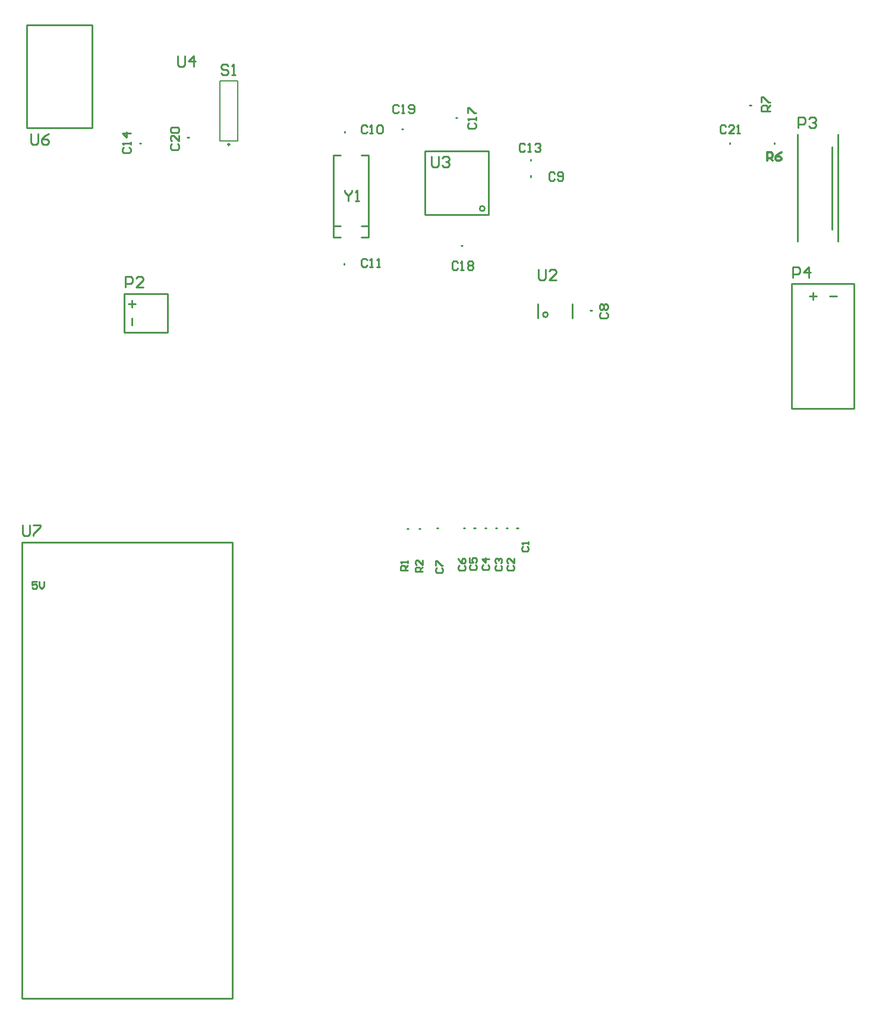
<source format=gto>
%FSLAX44Y44*%
%MOMM*%
G71*
G01*
G75*
%ADD10R,1.0000X1.0000*%
%ADD11R,1.0000X1.0000*%
%ADD12R,0.5500X1.5000*%
%ADD13R,1.5000X0.5500*%
%ADD14R,2.0000X5.5000*%
%ADD15R,0.7600X1.7800*%
%ADD16R,0.7200X1.7800*%
%ADD17R,4.3000X2.6000*%
%ADD18R,5.7000X5.5000*%
%ADD19C,0.9000*%
%ADD20C,2.0000*%
%ADD21C,1.4000*%
%ADD22C,0.5000*%
%ADD23C,0.3000*%
%ADD24C,0.5400*%
%ADD25C,1.0000*%
%ADD26C,0.4000*%
%ADD27C,0.2540*%
%ADD28R,1.8500X1.8500*%
%ADD29C,1.8500*%
%ADD30C,1.8000*%
%ADD31C,0.9000*%
%ADD32C,1.3000*%
%ADD33C,1.7000*%
%ADD34C,3.0000*%
%ADD35C,1.2700*%
%ADD36C,1.0000*%
%ADD37R,1.0000X1.4000*%
%ADD38C,0.2500*%
%ADD39C,0.2000*%
D23*
X1112000Y1243000D02*
Y1254996D01*
X1117998D01*
X1119997Y1252997D01*
Y1248998D01*
X1117998Y1246999D01*
X1112000D01*
X1115999D02*
X1119997Y1243000D01*
X1131993Y1254996D02*
X1127995Y1252997D01*
X1123996Y1248998D01*
Y1244999D01*
X1125995Y1243000D01*
X1129994D01*
X1131993Y1244999D01*
Y1246999D01*
X1129994Y1248998D01*
X1123996D01*
D27*
X709606Y1175000D02*
G03*
X709606Y1175000I-3606J0D01*
G01*
X799605Y1024000D02*
G03*
X799605Y1024000I-3606J0D01*
G01*
X1213000Y1128300D02*
Y1280700D01*
X1155000Y1128300D02*
Y1280700D01*
X1204000Y1145000D02*
Y1263000D01*
X860000Y1030000D02*
X862000D01*
X668000Y1304000D02*
X670000D01*
X1059000Y1267000D02*
Y1269000D01*
X1122000Y1267000D02*
Y1269000D01*
X1087000Y1322000D02*
X1089000D01*
X641000Y720000D02*
X643000D01*
X755000D02*
X757000D01*
X740000D02*
X742000D01*
X725000D02*
X727000D01*
X710000D02*
X712000D01*
X694000D02*
X696000D01*
X679000D02*
X681000D01*
X616000Y719000D02*
X618000D01*
X599000D02*
X601000D01*
X775000Y1243000D02*
Y1245000D01*
Y1220000D02*
Y1222000D01*
X510000Y1283000D02*
Y1285000D01*
X509000Y1095000D02*
Y1097000D01*
X286000Y1276000D02*
X288000D01*
X218000Y1268000D02*
X220000D01*
X714630Y1166370D02*
Y1256870D01*
X624130Y1166370D02*
X714630D01*
X624130D02*
Y1256870D01*
X714630D01*
X534000Y1134000D02*
X544000D01*
Y1251000D01*
X534000D02*
X544000D01*
X494000Y1134000D02*
X504000D01*
X494000D02*
Y1251000D01*
X504000D01*
X494000Y1150000D02*
X504000D01*
X534000D02*
X544000D01*
X591000Y1288000D02*
X593000D01*
X676000Y1122000D02*
X678000D01*
X1147000Y890000D02*
Y1067800D01*
X1235900D01*
X1147000Y890000D02*
X1235900D01*
Y1067800D01*
X50000Y50000D02*
X350000D01*
X50000D02*
Y700000D01*
X350000D01*
Y50000D02*
Y700000D01*
X785000Y1019000D02*
Y1039000D01*
X834000Y1019000D02*
Y1039000D01*
X196000Y1054000D02*
X258000D01*
X196000Y998600D02*
X258000D01*
Y1054000D01*
X196000Y998600D02*
Y1054000D01*
X57000Y1290000D02*
X150000D01*
Y1436000D01*
X57000D02*
X150000D01*
X57000Y1290000D02*
Y1436000D01*
X344108Y1378131D02*
X341568Y1380670D01*
X336490D01*
X333951Y1378131D01*
Y1375592D01*
X336490Y1373053D01*
X341568D01*
X344108Y1370513D01*
Y1367974D01*
X341568Y1365435D01*
X336490D01*
X333951Y1367974D01*
X349186Y1365435D02*
X354264D01*
X351725D01*
Y1380670D01*
X349186Y1378131D01*
X1156214Y1289714D02*
Y1304949D01*
X1163832D01*
X1166371Y1302410D01*
Y1297332D01*
X1163832Y1294792D01*
X1156214D01*
X1171449Y1302410D02*
X1173988Y1304949D01*
X1179067D01*
X1181606Y1302410D01*
Y1299871D01*
X1179067Y1297332D01*
X1176527D01*
X1179067D01*
X1181606Y1294792D01*
Y1292253D01*
X1179067Y1289714D01*
X1173988D01*
X1171449Y1292253D01*
X510000Y1201235D02*
Y1198696D01*
X515078Y1193617D01*
X520157Y1198696D01*
Y1201235D01*
X515078Y1193617D02*
Y1186000D01*
X525235D02*
X530313D01*
X527774D01*
Y1201235D01*
X525235Y1198696D01*
X51308Y724149D02*
Y711453D01*
X53847Y708914D01*
X58926D01*
X61465Y711453D01*
Y724149D01*
X66543D02*
X76700D01*
Y721610D01*
X66543Y711453D01*
Y708914D01*
X63000Y1281235D02*
Y1268539D01*
X65539Y1266000D01*
X70617D01*
X73157Y1268539D01*
Y1281235D01*
X88392D02*
X83313Y1278696D01*
X78235Y1273617D01*
Y1268539D01*
X80774Y1266000D01*
X85853D01*
X88392Y1268539D01*
Y1271078D01*
X85853Y1273617D01*
X78235D01*
X272000Y1392235D02*
Y1379539D01*
X274539Y1377000D01*
X279618D01*
X282157Y1379539D01*
Y1392235D01*
X294853Y1377000D02*
Y1392235D01*
X287235Y1384617D01*
X297392D01*
X634000Y1249235D02*
Y1236539D01*
X636539Y1234000D01*
X641618D01*
X644157Y1236539D01*
Y1249235D01*
X649235Y1246696D02*
X651774Y1249235D01*
X656853D01*
X659392Y1246696D01*
Y1244157D01*
X656853Y1241618D01*
X654313D01*
X656853D01*
X659392Y1239078D01*
Y1236539D01*
X656853Y1234000D01*
X651774D01*
X649235Y1236539D01*
X786317Y1088624D02*
Y1075928D01*
X788856Y1073389D01*
X793934D01*
X796474Y1075928D01*
Y1088624D01*
X811709Y1073389D02*
X801552D01*
X811709Y1083546D01*
Y1086085D01*
X809170Y1088624D01*
X804091D01*
X801552Y1086085D01*
X1116000Y1314000D02*
X1104004D01*
Y1319998D01*
X1106003Y1321997D01*
X1110002D01*
X1112001Y1319998D01*
Y1314000D01*
Y1317999D02*
X1116000Y1321997D01*
X1104004Y1325996D02*
Y1333994D01*
X1106003D01*
X1114001Y1325996D01*
X1116000D01*
X621000Y658000D02*
X611003D01*
Y662998D01*
X612669Y664665D01*
X616002D01*
X617668Y662998D01*
Y658000D01*
Y661332D02*
X621000Y664665D01*
Y674661D02*
Y667997D01*
X614336Y674661D01*
X612669D01*
X611003Y672995D01*
Y669663D01*
X612669Y667997D01*
X600000Y660000D02*
X590003D01*
Y664998D01*
X591669Y666665D01*
X595002D01*
X596668Y664998D01*
Y660000D01*
Y663332D02*
X600000Y666665D01*
Y669997D02*
Y673329D01*
Y671663D01*
X590003D01*
X591669Y669997D01*
X1148143Y1076563D02*
Y1091798D01*
X1155760D01*
X1158300Y1089259D01*
Y1084181D01*
X1155760Y1081641D01*
X1148143D01*
X1170996Y1076563D02*
Y1091798D01*
X1163378Y1084181D01*
X1173535D01*
X197390Y1062960D02*
Y1078195D01*
X205008D01*
X207547Y1075656D01*
Y1070578D01*
X205008Y1068038D01*
X197390D01*
X222782Y1062960D02*
X212625D01*
X222782Y1073117D01*
Y1075656D01*
X220243Y1078195D01*
X215164D01*
X212625Y1075656D01*
X1052997Y1291997D02*
X1050998Y1293996D01*
X1046999D01*
X1045000Y1291997D01*
Y1283999D01*
X1046999Y1282000D01*
X1050998D01*
X1052997Y1283999D01*
X1064994Y1282000D02*
X1056996D01*
X1064994Y1289997D01*
Y1291997D01*
X1062994Y1293996D01*
X1058996D01*
X1056996Y1291997D01*
X1068992Y1282000D02*
X1072991D01*
X1070992D01*
Y1293996D01*
X1068992Y1291997D01*
X264003Y1266997D02*
X262004Y1264998D01*
Y1260999D01*
X264003Y1259000D01*
X272001D01*
X274000Y1260999D01*
Y1264998D01*
X272001Y1266997D01*
X274000Y1278994D02*
Y1270996D01*
X266003Y1278994D01*
X264003D01*
X262004Y1276994D01*
Y1272996D01*
X264003Y1270996D01*
Y1282992D02*
X262004Y1284992D01*
Y1288990D01*
X264003Y1290990D01*
X272001D01*
X274000Y1288990D01*
Y1284992D01*
X272001Y1282992D01*
X264003D01*
X586997Y1320997D02*
X584998Y1322996D01*
X580999D01*
X579000Y1320997D01*
Y1312999D01*
X580999Y1311000D01*
X584998D01*
X586997Y1312999D01*
X590996Y1311000D02*
X594995D01*
X592995D01*
Y1322996D01*
X590996Y1320997D01*
X600993Y1312999D02*
X602992Y1311000D01*
X606991D01*
X608990Y1312999D01*
Y1320997D01*
X606991Y1322996D01*
X602992D01*
X600993Y1320997D01*
Y1318997D01*
X602992Y1316998D01*
X608990D01*
X670997Y1097997D02*
X668998Y1099996D01*
X664999D01*
X663000Y1097997D01*
Y1089999D01*
X664999Y1088000D01*
X668998D01*
X670997Y1089999D01*
X674996Y1088000D02*
X678995D01*
X676995D01*
Y1099996D01*
X674996Y1097997D01*
X684993D02*
X686992Y1099996D01*
X690991D01*
X692990Y1097997D01*
Y1095997D01*
X690991Y1093998D01*
X692990Y1091999D01*
Y1089999D01*
X690991Y1088000D01*
X686992D01*
X684993Y1089999D01*
Y1091999D01*
X686992Y1093998D01*
X684993Y1095997D01*
Y1097997D01*
X686992Y1093998D02*
X690991D01*
X687003Y1296997D02*
X685004Y1294998D01*
Y1290999D01*
X687003Y1289000D01*
X695001D01*
X697000Y1290999D01*
Y1294998D01*
X695001Y1296997D01*
X697000Y1300996D02*
Y1304995D01*
Y1302995D01*
X685004D01*
X687003Y1300996D01*
X685004Y1310993D02*
Y1318990D01*
X687003D01*
X695001Y1310993D01*
X697000D01*
X195003Y1261997D02*
X193004Y1259998D01*
Y1255999D01*
X195003Y1254000D01*
X203001D01*
X205000Y1255999D01*
Y1259998D01*
X203001Y1261997D01*
X205000Y1265996D02*
Y1269995D01*
Y1267996D01*
X193004D01*
X195003Y1265996D01*
X205000Y1281991D02*
X193004D01*
X199002Y1275993D01*
Y1283990D01*
X766997Y1265997D02*
X764998Y1267996D01*
X760999D01*
X759000Y1265997D01*
Y1257999D01*
X760999Y1256000D01*
X764998D01*
X766997Y1257999D01*
X770996Y1256000D02*
X774995D01*
X772996D01*
Y1267996D01*
X770996Y1265997D01*
X780993D02*
X782992Y1267996D01*
X786991D01*
X788990Y1265997D01*
Y1263997D01*
X786991Y1261998D01*
X784992D01*
X786991D01*
X788990Y1259999D01*
Y1257999D01*
X786991Y1256000D01*
X782992D01*
X780993Y1257999D01*
X541997Y1101997D02*
X539998Y1103996D01*
X535999D01*
X534000Y1101997D01*
Y1093999D01*
X535999Y1092000D01*
X539998D01*
X541997Y1093999D01*
X545996Y1092000D02*
X549995D01*
X547995D01*
Y1103996D01*
X545996Y1101997D01*
X555993Y1092000D02*
X559992D01*
X557992D01*
Y1103996D01*
X555993Y1101997D01*
X541997Y1291997D02*
X539998Y1293996D01*
X535999D01*
X534000Y1291997D01*
Y1283999D01*
X535999Y1282000D01*
X539998D01*
X541997Y1283999D01*
X545996Y1282000D02*
X549995D01*
X547995D01*
Y1293996D01*
X545996Y1291997D01*
X555993D02*
X557992Y1293996D01*
X561991D01*
X563990Y1291997D01*
Y1283999D01*
X561991Y1282000D01*
X557992D01*
X555993Y1283999D01*
Y1291997D01*
X808997Y1224997D02*
X806998Y1226996D01*
X802999D01*
X801000Y1224997D01*
Y1216999D01*
X802999Y1215000D01*
X806998D01*
X808997Y1216999D01*
X812996D02*
X814995Y1215000D01*
X818994D01*
X820993Y1216999D01*
Y1224997D01*
X818994Y1226996D01*
X814995D01*
X812996Y1224997D01*
Y1222997D01*
X814995Y1220998D01*
X820993D01*
X875003Y1026997D02*
X873004Y1024998D01*
Y1020999D01*
X875003Y1019000D01*
X883001D01*
X885000Y1020999D01*
Y1024998D01*
X883001Y1026997D01*
X875003Y1030996D02*
X873004Y1032996D01*
Y1036994D01*
X875003Y1038994D01*
X877003D01*
X879002Y1036994D01*
X881001Y1038994D01*
X883001D01*
X885000Y1036994D01*
Y1032996D01*
X883001Y1030996D01*
X881001D01*
X879002Y1032996D01*
X877003Y1030996D01*
X875003D01*
X879002Y1032996D02*
Y1036994D01*
X641669Y663664D02*
X640003Y661998D01*
Y658666D01*
X641669Y657000D01*
X648334D01*
X650000Y658666D01*
Y661998D01*
X648334Y663664D01*
X640003Y666997D02*
Y673661D01*
X641669D01*
X648334Y666997D01*
X650000D01*
X673669Y666665D02*
X672003Y664998D01*
Y661666D01*
X673669Y660000D01*
X680334D01*
X682000Y661666D01*
Y664998D01*
X680334Y666665D01*
X672003Y676661D02*
X673669Y673329D01*
X677002Y669997D01*
X680334D01*
X682000Y671663D01*
Y674995D01*
X680334Y676661D01*
X678668D01*
X677002Y674995D01*
Y669997D01*
X689669Y667664D02*
X688003Y665998D01*
Y662666D01*
X689669Y661000D01*
X696334D01*
X698000Y662666D01*
Y665998D01*
X696334Y667664D01*
X688003Y677661D02*
Y670997D01*
X693002D01*
X691336Y674329D01*
Y675995D01*
X693002Y677661D01*
X696334D01*
X698000Y675995D01*
Y672663D01*
X696334Y670997D01*
X707669Y667664D02*
X706003Y665998D01*
Y662666D01*
X707669Y661000D01*
X714334D01*
X716000Y662666D01*
Y665998D01*
X714334Y667664D01*
X716000Y675995D02*
X706003D01*
X711002Y670997D01*
Y677661D01*
X725669Y666665D02*
X724003Y664998D01*
Y661666D01*
X725669Y660000D01*
X732334D01*
X734000Y661666D01*
Y664998D01*
X732334Y666665D01*
X725669Y669997D02*
X724003Y671663D01*
Y674995D01*
X725669Y676661D01*
X727336D01*
X729002Y674995D01*
Y673329D01*
Y674995D01*
X730668Y676661D01*
X732334D01*
X734000Y674995D01*
Y671663D01*
X732334Y669997D01*
X742669Y666665D02*
X741003Y664998D01*
Y661666D01*
X742669Y660000D01*
X749334D01*
X751000Y661666D01*
Y664998D01*
X749334Y666665D01*
X751000Y676661D02*
Y669997D01*
X744335Y676661D01*
X742669D01*
X741003Y674995D01*
Y671663D01*
X742669Y669997D01*
X763669Y693664D02*
X762003Y691998D01*
Y688666D01*
X763669Y687000D01*
X770334D01*
X772000Y688666D01*
Y691998D01*
X770334Y693664D01*
X772000Y696997D02*
Y700329D01*
Y698663D01*
X762003D01*
X763669Y696997D01*
X1201000Y1050618D02*
X1211157D01*
X1172000D02*
X1182157D01*
X1177078Y1055696D02*
Y1045539D01*
X71665Y643997D02*
X65000D01*
Y638998D01*
X68332Y640665D01*
X69998D01*
X71665Y638998D01*
Y635666D01*
X69998Y634000D01*
X66666D01*
X65000Y635666D01*
X74997Y643997D02*
Y637332D01*
X78329Y634000D01*
X81661Y637332D01*
Y643997D01*
X206618Y1044000D02*
Y1033843D01*
X211696Y1038922D02*
X201539D01*
X206618Y1019000D02*
Y1008843D01*
D38*
X346260Y1266390D02*
G03*
X346260Y1266390I-1250J0D01*
G01*
D39*
X332300Y1271200D02*
Y1356800D01*
X357700D01*
Y1271200D02*
Y1356800D01*
X332300Y1271200D02*
X357700D01*
M02*

</source>
